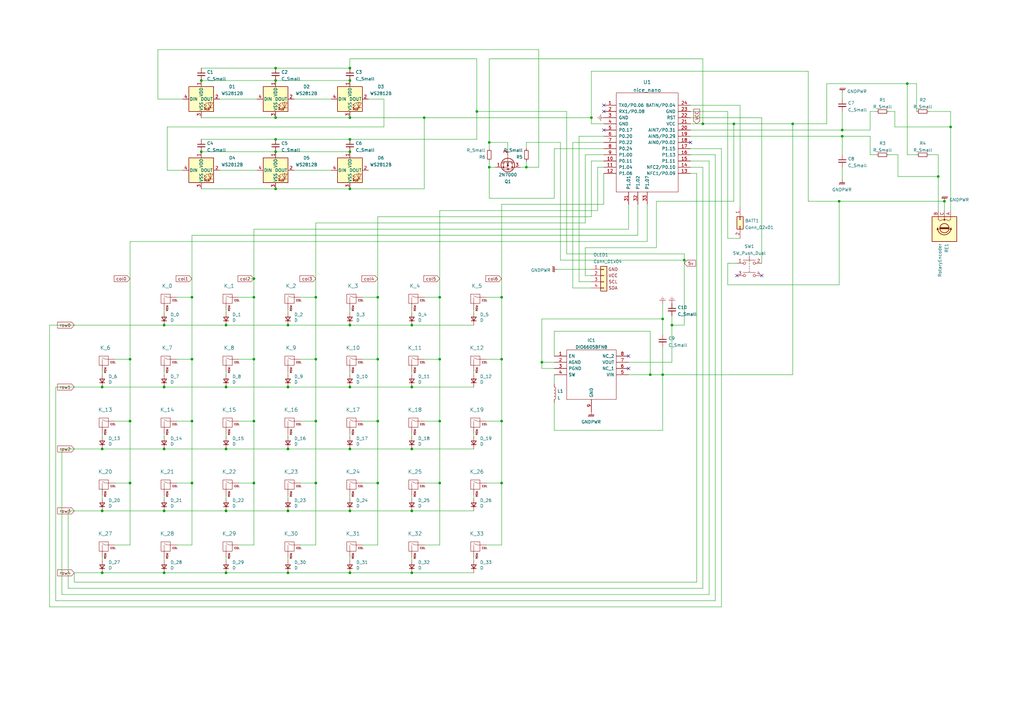
<source format=kicad_sch>
(kicad_sch (version 20211123) (generator eeschema)
  (paper "A3")
  (title_block (title "mk_01_LHS") (date "2022-05-12") (rev "v0.1") (company "Bangor University"))
  (junction (at 205.74 198.12))
  (junction (at 78.74 198.12))
  (junction (at 41.91 158.75))
  (junction (at 129.54 121.92))
  (junction (at 180.34 147.32))
  (junction (at 168.91 234.95))
  (junction (at 104.14 172.72))
  (junction (at 215.9 68.58))
  (junction (at 143.51 77.47))
  (junction (at 53.34 198.12))
  (junction (at 113.03 62.23))
  (junction (at 143.51 27.94))
  (junction (at 118.11 158.75))
  (junction (at 143.51 209.55))
  (junction (at 41.91 209.55))
  (junction (at 200.66 68.58))
  (junction (at 78.74 147.32))
  (junction (at 67.31 209.55))
  (junction (at 325.12 50.8))
  (junction (at 180.34 198.12))
  (junction (at 113.03 27.94))
  (junction (at 92.71 209.55))
  (junction (at 195.58 45.72))
  (junction (at 275.59 133.35))
  (junction (at 266.7 153.67))
  (junction (at 345.44 53.34))
  (junction (at 168.91 158.75))
  (junction (at 118.11 184.15))
  (junction (at 372.11 34.29))
  (junction (at 280.67 106.68))
  (junction (at 222.25 148.59))
  (junction (at 143.51 57.15))
  (junction (at 53.34 172.72))
  (junction (at 118.11 133.35))
  (junction (at 345.44 55.88))
  (junction (at 154.94 121.92))
  (junction (at 113.03 48.26))
  (junction (at 143.51 48.26))
  (junction (at 168.91 133.35))
  (junction (at 118.11 209.55))
  (junction (at 180.34 121.92))
  (junction (at 384.81 72.39))
  (junction (at 143.51 234.95))
  (junction (at 143.51 158.75))
  (junction (at 92.71 158.75))
  (junction (at 104.14 147.32))
  (junction (at 53.34 147.32))
  (junction (at 67.31 158.75))
  (junction (at 154.94 198.12))
  (junction (at 205.74 147.32))
  (junction (at 41.91 184.15))
  (junction (at 104.14 114.3))
  (junction (at 205.74 121.92))
  (junction (at 168.91 184.15))
  (junction (at 104.14 198.12))
  (junction (at 129.54 172.72))
  (junction (at 113.03 77.47))
  (junction (at 78.74 172.72))
  (junction (at 389.89 52.07))
  (junction (at 92.71 184.15))
  (junction (at 271.78 153.67))
  (junction (at 113.03 33.02))
  (junction (at 271.78 130.81))
  (junction (at 118.11 234.95))
  (junction (at 300.99 50.8))
  (junction (at 154.94 147.32))
  (junction (at 67.31 234.95))
  (junction (at 104.14 121.92))
  (junction (at 205.74 172.72))
  (junction (at 92.71 234.95))
  (junction (at 82.55 33.02))
  (junction (at 67.31 184.15))
  (junction (at 78.74 121.92))
  (junction (at 143.51 133.35))
  (junction (at 143.51 184.15))
  (junction (at 344.17 82.55))
  (junction (at 180.34 172.72))
  (junction (at 129.54 198.12))
  (junction (at 288.29 50.8))
  (junction (at 41.91 234.95))
  (junction (at 92.71 133.35))
  (junction (at 129.54 147.32))
  (junction (at 168.91 209.55))
  (junction (at 143.51 62.23))
  (junction (at 82.55 62.23))
  (junction (at 173.99 48.26))
  (junction (at 154.94 172.72))
  (junction (at 113.03 57.15))
  (junction (at 200.66 58.42))
  (junction (at 242.57 48.26))
  (junction (at 143.51 33.02))
  (junction (at 67.31 133.35))
  (junction (at 387.35 82.55))
  (no_connect (at 247.65 45.72))
  (no_connect (at 247.65 43.18))
  (no_connect (at 257.81 151.13))
  (no_connect (at 257.81 146.05))
  (no_connect (at 247.65 53.34))
  (no_connect (at 283.21 58.42))
  (no_connect (at 312.42 113.03))
  (no_connect (at 302.26 113.03))
  (wire (pts (xy 300.99 82.55) (xy 300.99 50.8)))
  (wire (pts (xy 173.99 121.92) (xy 180.34 121.92)))
  (wire (pts (xy 20.32 248.92) (xy 295.91 248.92)))
  (wire (pts (xy 68.58 52.07) (xy 68.58 69.85)))
  (wire (pts (xy 271.78 137.16) (xy 271.78 130.81)))
  (wire (pts (xy 200.66 68.58) (xy 203.2 68.58)))
  (wire (pts (xy 199.39 198.12) (xy 205.74 198.12)))
  (wire (pts (xy 384.81 72.39) (xy 368.3 72.39)))
  (wire (pts (xy 222.25 130.81) (xy 222.25 148.59)))
  (wire (pts (xy 168.91 228.6) (xy 168.91 229.87)))
  (wire (pts (xy 180.34 86.36) (xy 180.34 121.92)))
  (wire (pts (xy 245.11 68.58) (xy 245.11 86.36)))
  (wire (pts (xy 92.71 234.95) (xy 118.11 234.95)))
  (wire (pts (xy 92.71 203.2) (xy 92.71 204.47)))
  (wire (pts (xy 389.89 52.07) (xy 389.89 86.36)))
  (wire (pts (xy 104.14 172.72) (xy 104.14 147.32)))
  (wire (pts (xy 303.53 43.18) (xy 303.53 85.09)))
  (wire (pts (xy 242.57 48.26) (xy 242.57 50.8)))
  (wire (pts (xy 227.33 176.53) (xy 271.78 176.53)))
  (wire (pts (xy 168.91 234.95) (xy 194.31 234.95)))
  (wire (pts (xy 168.91 203.2) (xy 168.91 204.47)))
  (wire (pts (xy 384.81 63.5) (xy 384.81 72.39)))
  (wire (pts (xy 173.99 147.32) (xy 180.34 147.32)))
  (wire (pts (xy 118.11 203.2) (xy 118.11 204.47)))
  (wire (pts (xy 205.74 83.82) (xy 247.65 83.82)))
  (wire (pts (xy 271.78 153.67) (xy 271.78 142.24)))
  (wire (pts (xy 220.98 68.58) (xy 220.98 20.32)))
  (wire (pts (xy 199.39 121.92) (xy 205.74 121.92)))
  (wire (pts (xy 41.91 203.2) (xy 41.91 204.47)))
  (wire (pts (xy 41.91 152.4) (xy 41.91 153.67)))
  (wire (pts (xy 285.75 71.12) (xy 285.75 238.76)))
  (wire (pts (xy 41.91 184.15) (xy 67.31 184.15)))
  (wire (pts (xy 104.14 114.3) (xy 102.87 114.3)))
  (wire (pts (xy 312.42 48.26) (xy 283.21 48.26)))
  (wire (pts (xy 381 63.5) (xy 384.81 63.5)))
  (wire (pts (xy 283.21 50.8) (xy 288.29 50.8)))
  (wire (pts (xy 118.11 228.6) (xy 118.11 229.87)))
  (wire (pts (xy 30.48 234.95) (xy 30.48 238.76)))
  (wire (pts (xy 293.37 63.5) (xy 293.37 246.38)))
  (wire (pts (xy 97.79 172.72) (xy 104.14 172.72)))
  (wire (pts (xy 90.17 40.64) (xy 105.41 40.64)))
  (wire (pts (xy 82.55 27.94) (xy 113.03 27.94)))
  (wire (pts (xy 82.55 48.26) (xy 113.03 48.26)))
  (wire (pts (xy 227.33 135.89) (xy 266.7 135.89)))
  (wire (pts (xy 97.79 121.92) (xy 104.14 121.92)))
  (wire (pts (xy 104.14 198.12) (xy 104.14 172.72)))
  (wire (pts (xy 283.21 43.18) (xy 303.53 43.18)))
  (wire (pts (xy 143.51 48.26) (xy 173.99 48.26)))
  (wire (pts (xy 46.99 223.52) (xy 53.34 223.52)))
  (wire (pts (xy 345.44 53.34) (xy 356.87 53.34)))
  (wire (pts (xy 143.51 234.95) (xy 168.91 234.95)))
  (wire (pts (xy 298.45 97.79) (xy 298.45 45.72)))
  (wire (pts (xy 82.55 33.02) (xy 113.03 33.02)))
  (wire (pts (xy 157.48 52.07) (xy 68.58 52.07)))
  (wire (pts (xy 345.44 38.1) (xy 345.44 40.64)))
  (wire (pts (xy 194.31 127) (xy 194.31 128.27)))
  (wire (pts (xy 234.95 58.42) (xy 247.65 58.42)))
  (wire (pts (xy 387.35 86.36) (xy 387.35 82.55)))
  (wire (pts (xy 227.33 60.96) (xy 227.33 81.28)))
  (wire (pts (xy 356.87 63.5) (xy 359.41 63.5)))
  (wire (pts (xy 129.54 172.72) (xy 129.54 147.32)))
  (wire (pts (xy 129.54 198.12) (xy 129.54 172.72)))
  (wire (pts (xy 229.87 58.42) (xy 215.9 58.42)))
  (wire (pts (xy 46.99 172.72) (xy 53.34 172.72)))
  (wire (pts (xy 22.86 158.75) (xy 22.86 246.38)))
  (wire (pts (xy 372.11 34.29) (xy 375.92 34.29)))
  (wire (pts (xy 67.31 177.8) (xy 67.31 179.07)))
  (wire (pts (xy 68.58 69.85) (xy 74.93 69.85)))
  (wire (pts (xy 154.94 198.12) (xy 154.94 172.72)))
  (wire (pts (xy 325.12 50.8) (xy 339.09 50.8)))
  (wire (pts (xy 205.74 83.82) (xy 205.74 121.92)))
  (wire (pts (xy 129.54 91.44) (xy 240.03 91.44)))
  (wire (pts (xy 372.11 34.29) (xy 372.11 63.5)))
  (wire (pts (xy 118.11 133.35) (xy 143.51 133.35)))
  (wire (pts (xy 242.57 66.04) (xy 242.57 88.9)))
  (wire (pts (xy 90.17 69.85) (xy 105.41 69.85)))
  (wire (pts (xy 325.12 50.8) (xy 325.12 153.67)))
  (wire (pts (xy 283.21 71.12) (xy 285.75 71.12)))
  (wire (pts (xy 257.81 93.98) (xy 257.81 83.82)))
  (wire (pts (xy 92.71 133.35) (xy 118.11 133.35)))
  (wire (pts (xy 113.03 48.26) (xy 143.51 48.26)))
  (wire (pts (xy 245.11 68.58) (xy 247.65 68.58)))
  (wire (pts (xy 25.4 184.15) (xy 41.91 184.15)))
  (wire (pts (xy 381 45.72) (xy 389.89 45.72)))
  (wire (pts (xy 118.11 152.4) (xy 118.11 153.67)))
  (wire (pts (xy 232.41 104.14) (xy 232.41 45.72)))
  (wire (pts (xy 113.03 57.15) (xy 143.51 57.15)))
  (wire (pts (xy 345.44 73.66) (xy 345.44 68.58)))
  (wire (pts (xy 25.4 243.84) (xy 290.83 243.84)))
  (wire (pts (xy 41.91 158.75) (xy 67.31 158.75)))
  (wire (pts (xy 67.31 184.15) (xy 92.71 184.15)))
  (wire (pts (xy 200.66 58.42) (xy 208.28 58.42)))
  (wire (pts (xy 220.98 20.32) (xy 64.77 20.32)))
  (wire (pts (xy 265.43 99.06) (xy 265.43 83.82)))
  (wire (pts (xy 113.03 77.47) (xy 143.51 77.47)))
  (wire (pts (xy 118.11 234.95) (xy 143.51 234.95)))
  (wire (pts (xy 312.42 107.95) (xy 312.42 48.26)))
  (wire (pts (xy 389.89 45.72) (xy 389.89 52.07)))
  (wire (pts (xy 242.57 29.21) (xy 242.57 48.26)))
  (wire (pts (xy 356.87 55.88) (xy 356.87 63.5)))
  (wire (pts (xy 154.94 88.9) (xy 242.57 88.9)))
  (wire (pts (xy 237.49 55.88) (xy 247.65 55.88)))
  (wire (pts (xy 240.03 63.5) (xy 247.65 63.5)))
  (wire (pts (xy 227.33 146.05) (xy 227.33 135.89)))
  (wire (pts (xy 148.59 223.52) (xy 154.94 223.52)))
  (wire (pts (xy 227.33 165.1) (xy 227.33 176.53)))
  (wire (pts (xy 67.31 234.95) (xy 92.71 234.95)))
  (wire (pts (xy 148.59 121.92) (xy 154.94 121.92)))
  (wire (pts (xy 283.21 53.34) (xy 345.44 53.34)))
  (wire (pts (xy 205.74 223.52) (xy 205.74 198.12)))
  (wire (pts (xy 72.39 223.52) (xy 78.74 223.52)))
  (wire (pts (xy 41.91 228.6) (xy 41.91 229.87)))
  (wire (pts (xy 283.21 55.88) (xy 345.44 55.88)))
  (wire (pts (xy 280.67 104.14) (xy 232.41 104.14)))
  (wire (pts (xy 367.03 45.72) (xy 364.49 45.72)))
  (wire (pts (xy 269.24 101.6) (xy 269.24 82.55)))
  (wire (pts (xy 82.55 57.15) (xy 113.03 57.15)))
  (wire (pts (xy 120.65 40.64) (xy 135.89 40.64)))
  (wire (pts (xy 78.74 96.52) (xy 78.74 121.92)))
  (wire (pts (xy 242.57 66.04) (xy 247.65 66.04)))
  (wire (pts (xy 123.19 121.92) (xy 129.54 121.92)))
  (wire (pts (xy 41.91 209.55) (xy 67.31 209.55)))
  (wire (pts (xy 215.9 58.42) (xy 215.9 60.96)))
  (wire (pts (xy 205.74 198.12) (xy 205.74 172.72)))
  (wire (pts (xy 27.94 209.55) (xy 41.91 209.55)))
  (wire (pts (xy 67.31 158.75) (xy 92.71 158.75)))
  (wire (pts (xy 367.03 52.07) (xy 367.03 45.72)))
  (wire (pts (xy 368.3 72.39) (xy 368.3 63.5)))
  (wire (pts (xy 173.99 77.47) (xy 173.99 48.26)))
  (wire (pts (xy 123.19 223.52) (xy 129.54 223.52)))
  (wire (pts (xy 92.71 228.6) (xy 92.71 229.87)))
  (wire (pts (xy 168.91 177.8) (xy 168.91 179.07)))
  (wire (pts (xy 173.99 48.26) (xy 242.57 48.26)))
  (wire (pts (xy 368.3 63.5) (xy 364.49 63.5)))
  (wire (pts (xy 72.39 172.72) (xy 78.74 172.72)))
  (wire (pts (xy 195.58 45.72) (xy 232.41 45.72)))
  (wire (pts (xy 194.31 177.8) (xy 194.31 179.07)))
  (wire (pts (xy 288.29 50.8) (xy 288.29 24.13)))
  (wire (pts (xy 345.44 55.88) (xy 345.44 63.5)))
  (wire (pts (xy 118.11 158.75) (xy 143.51 158.75)))
  (wire (pts (xy 325.12 153.67) (xy 271.78 153.67)))
  (wire (pts (xy 154.94 172.72) (xy 154.94 147.32)))
  (wire (pts (xy 356.87 53.34) (xy 356.87 45.72)))
  (wire (pts (xy 143.51 152.4) (xy 143.51 153.67)))
  (wire (pts (xy 168.91 127) (xy 168.91 128.27)))
  (wire (pts (xy 298.45 97.79) (xy 303.53 97.79)))
  (wire (pts (xy 168.91 209.55) (xy 194.31 209.55)))
  (wire (pts (xy 148.59 147.32) (xy 154.94 147.32)))
  (wire (pts (xy 222.25 148.59) (xy 227.33 148.59)))
  (wire (pts (xy 78.74 223.52) (xy 78.74 198.12)))
  (wire (pts (xy 205.74 121.92) (xy 205.74 147.32)))
  (wire (pts (xy 298.45 45.72) (xy 283.21 45.72)))
  (wire (pts (xy 104.14 223.52) (xy 104.14 198.12)))
  (wire (pts (xy 199.39 223.52) (xy 205.74 223.52)))
  (wire (pts (xy 151.13 40.64) (xy 157.48 40.64)))
  (wire (pts (xy 375.92 34.29) (xy 375.92 45.72)))
  (wire (pts (xy 123.19 147.32) (xy 129.54 147.32)))
  (wire (pts (xy 129.54 121.92) (xy 129.54 147.32)))
  (wire (pts (xy 339.09 34.29) (xy 339.09 50.8)))
  (wire (pts (xy 275.59 133.35) (xy 275.59 148.59)))
  (wire (pts (xy 143.51 77.47) (xy 173.99 77.47)))
  (wire (pts (xy 298.45 107.95) (xy 298.45 116.84)))
  (wire (pts (xy 234.95 118.11) (xy 242.57 118.11)))
  (wire (pts (xy 271.78 130.81) (xy 222.25 130.81)))
  (wire (pts (xy 97.79 223.52) (xy 104.14 223.52)))
  (wire (pts (xy 344.17 82.55) (xy 387.35 82.55)))
  (wire (pts (xy 372.11 63.5) (xy 375.92 63.5)))
  (wire (pts (xy 25.4 184.15) (xy 25.4 243.84)))
  (wire (pts (xy 41.91 177.8) (xy 41.91 179.07)))
  (wire (pts (xy 92.71 177.8) (xy 92.71 179.07)))
  (wire (pts (xy 199.39 147.32) (xy 205.74 147.32)))
  (wire (pts (xy 53.34 99.06) (xy 265.43 99.06)))
  (wire (pts (xy 123.19 198.12) (xy 129.54 198.12)))
  (wire (pts (xy 222.25 148.59) (xy 222.25 151.13)))
  (wire (pts (xy 173.99 223.52) (xy 180.34 223.52)))
  (wire (pts (xy 46.99 147.32) (xy 53.34 147.32)))
  (wire (pts (xy 242.57 50.8) (xy 247.65 50.8)))
  (wire (pts (xy 143.51 177.8) (xy 143.51 179.07)))
  (wire (pts (xy 82.55 62.23) (xy 113.03 62.23)))
  (wire (pts (xy 67.31 133.35) (xy 92.71 133.35)))
  (wire (pts (xy 154.94 121.92) (xy 154.94 147.32)))
  (wire (pts (xy 195.58 45.72) (xy 195.58 57.15)))
  (wire (pts (xy 208.28 58.42) (xy 208.28 60.96)))
  (wire (pts (xy 64.77 40.64) (xy 74.93 40.64)))
  (wire (pts (xy 271.78 124.46) (xy 271.78 130.81)))
  (wire (pts (xy 213.36 68.58) (xy 215.9 68.58)))
  (wire (pts (xy 143.51 57.15) (xy 195.58 57.15)))
  (wire (pts (xy 344.17 116.84) (xy 344.17 82.55)))
  (wire (pts (xy 92.71 184.15) (xy 118.11 184.15)))
  (wire (pts (xy 237.49 115.57) (xy 242.57 115.57)))
  (wire (pts (xy 20.32 133.35) (xy 67.31 133.35)))
  (wire (pts (xy 283.21 68.58) (xy 288.29 68.58)))
  (wire (pts (xy 72.39 198.12) (xy 78.74 198.12)))
  (wire (pts (xy 215.9 68.58) (xy 215.9 66.04)))
  (wire (pts (xy 92.71 209.55) (xy 118.11 209.55)))
  (wire (pts (xy 180.34 223.52) (xy 180.34 198.12)))
  (wire (pts (xy 195.58 24.13) (xy 195.58 45.72)))
  (wire (pts (xy 194.31 152.4) (xy 194.31 153.67)))
  (wire (pts (xy 154.94 223.52) (xy 154.94 198.12)))
  (wire (pts (xy 194.31 203.2) (xy 194.31 204.47)))
  (wire (pts (xy 240.03 113.03) (xy 240.03 101.6)))
  (wire (pts (xy 143.51 27.94) (xy 143.51 24.13)))
  (wire (pts (xy 78.74 198.12) (xy 78.74 172.72)))
  (wire (pts (xy 168.91 133.35) (xy 194.31 133.35)))
  (wire (pts (xy 64.77 20.32) (xy 64.77 40.64)))
  (wire (pts (xy 67.31 152.4) (xy 67.31 153.67)))
  (wire (pts (xy 283.21 63.5) (xy 293.37 63.5)))
  (wire (pts (xy 143.51 127) (xy 143.51 128.27)))
  (wire (pts (xy 180.34 198.12) (xy 180.34 172.72)))
  (wire (pts (xy 331.47 82.55) (xy 344.17 82.55)))
  (wire (pts (xy 41.91 234.95) (xy 67.31 234.95)))
  (wire (pts (xy 200.66 81.28) (xy 200.66 68.58)))
  (wire (pts (xy 67.31 228.6) (xy 67.31 229.87)))
  (wire (pts (xy 72.39 147.32) (xy 78.74 147.32)))
  (wire (pts (xy 30.48 238.76) (xy 285.75 238.76)))
  (wire (pts (xy 180.34 121.92) (xy 180.34 147.32)))
  (wire (pts (xy 97.79 198.12) (xy 104.14 198.12)))
  (wire (pts (xy 92.71 158.75) (xy 118.11 158.75)))
  (wire (pts (xy 240.03 63.5) (xy 240.03 91.44)))
  (wire (pts (xy 113.03 62.23) (xy 143.51 62.23)))
  (wire (pts (xy 290.83 66.04) (xy 283.21 66.04)))
  (wire (pts (xy 148.59 198.12) (xy 154.94 198.12)))
  (wire (pts (xy 240.03 101.6) (xy 269.24 101.6)))
  (wire (pts (xy 345.44 45.72) (xy 345.44 53.34)))
  (wire (pts (xy 227.33 60.96) (xy 247.65 60.96)))
  (wire (pts (xy 143.51 203.2) (xy 143.51 204.47)))
  (wire (pts (xy 205.74 172.72) (xy 205.74 147.32)))
  (wire (pts (xy 120.65 69.85) (xy 135.89 69.85)))
  (wire (pts (xy 30.48 234.95) (xy 41.91 234.95)))
  (wire (pts (xy 168.91 158.75) (xy 194.31 158.75)))
  (wire (pts (xy 53.34 99.06) (xy 53.34 147.32)))
  (wire (pts (xy 104.14 93.98) (xy 104.14 114.3)))
  (wire (pts (xy 266.7 153.67) (xy 257.81 153.67)))
  (wire (pts (xy 257.81 148.59) (xy 275.59 148.59)))
  (wire (pts (xy 173.99 198.12) (xy 180.34 198.12)))
  (wire (pts (xy 275.59 129.54) (xy 275.59 133.35)))
  (wire (pts (xy 237.49 55.88) (xy 237.49 115.57)))
  (wire (pts (xy 228.6 110.49) (xy 242.57 110.49)))
  (wire (pts (xy 283.21 60.96) (xy 295.91 60.96)))
  (wire (pts (xy 53.34 172.72) (xy 53.34 147.32)))
  (wire (pts (xy 168.91 184.15) (xy 194.31 184.15)))
  (wire (pts (xy 104.14 121.92) (xy 104.14 147.32)))
  (wire (pts (xy 384.81 72.39) (xy 384.81 86.36)))
  (wire (pts (xy 356.87 45.72) (xy 359.41 45.72)))
  (wire (pts (xy 200.66 24.13) (xy 288.29 24.13)))
  (wire (pts (xy 271.78 176.53) (xy 271.78 153.67)))
  (wire (pts (xy 129.54 91.44) (xy 129.54 121.92)))
  (wire (pts (xy 247.65 83.82) (xy 247.65 71.12)))
  (wire (pts (xy 280.67 106.68) (xy 280.67 133.35)))
  (wire (pts (xy 157.48 40.64) (xy 157.48 52.07)))
  (wire (pts (xy 200.66 58.42) (xy 200.66 60.96)))
  (wire (pts (xy 67.31 209.55) (xy 92.71 209.55)))
  (wire (pts (xy 200.66 66.04) (xy 200.66 68.58)))
  (wire (pts (xy 275.59 133.35) (xy 280.67 133.35)))
  (wire (pts (xy 154.94 88.9) (xy 154.94 121.92)))
  (wire (pts (xy 118.11 177.8) (xy 118.11 179.07)))
  (wire (pts (xy 118.11 127) (xy 118.11 128.27)))
  (wire (pts (xy 229.87 58.42) (xy 229.87 106.68)))
  (wire (pts (xy 266.7 135.89) (xy 266.7 153.67)))
  (wire (pts (xy 227.33 153.67) (xy 227.33 157.48)))
  (wire (pts (xy 331.47 29.21) (xy 331.47 82.55)))
  (wire (pts (xy 222.25 151.13) (xy 227.33 151.13)))
  (wire (pts (xy 290.83 66.04) (xy 290.83 243.84)))
  (wire (pts (xy 143.51 24.13) (xy 195.58 24.13)))
  (wire (pts (xy 82.55 77.47) (xy 113.03 77.47)))
  (wire (pts (xy 113.03 33.02) (xy 143.51 33.02)))
  (wire (pts (xy 242.57 113.03) (xy 240.03 113.03)))
  (wire (pts (xy 269.24 82.55) (xy 300.99 82.55)))
  (wire (pts (xy 22.86 158.75) (xy 41.91 158.75)))
  (wire (pts (xy 280.67 104.14) (xy 280.67 106.68)))
  (wire (pts (xy 180.34 172.72) (xy 180.34 147.32)))
  (wire (pts (xy 215.9 68.58) (xy 220.98 68.58)))
  (wire (pts (xy 271.78 153.67) (xy 266.7 153.67)))
  (wire (pts (xy 288.29 50.8) (xy 300.99 50.8)))
  (wire (pts (xy 92.71 127) (xy 92.71 128.27)))
  (wire (pts (xy 143.51 158.75) (xy 168.91 158.75)))
  (wire (pts (xy 123.19 172.72) (xy 129.54 172.72)))
  (wire (pts (xy 78.74 172.72) (xy 78.74 147.32)))
  (wire (pts (xy 129.54 223.52) (xy 129.54 198.12)))
  (wire (pts (xy 53.34 198.12) (xy 53.34 172.72)))
  (wire (pts (xy 298.45 116.84) (xy 344.17 116.84)))
  (wire (pts (xy 389.89 52.07) (xy 367.03 52.07)))
  (wire (pts (xy 78.74 96.52) (xy 261.62 96.52)))
  (wire (pts (xy 180.34 86.36) (xy 245.11 86.36)))
  (wire (pts (xy 78.74 121.92) (xy 78.74 147.32)))
  (wire (pts (xy 92.71 152.4) (xy 92.71 153.67)))
  (wire (pts (xy 104.14 93.98) (xy 257.81 93.98)))
  (wire (pts (xy 46.99 198.12) (xy 53.34 198.12)))
  (wire (pts (xy 67.31 203.2) (xy 67.31 204.47)))
  (wire (pts (xy 143.51 228.6) (xy 143.51 229.87)))
  (wire (pts (xy 104.14 121.92) (xy 104.14 114.3)))
  (wire (pts (xy 302.26 107.95) (xy 298.45 107.95)))
  (wire (pts (xy 22.86 246.38) (xy 293.37 246.38)))
  (wire (pts (xy 300.99 50.8) (xy 325.12 50.8)))
  (wire (pts (xy 143.51 209.55) (xy 168.91 209.55)))
  (wire (pts (xy 97.79 147.32) (xy 104.14 147.32)))
  (wire (pts (xy 143.51 184.15) (xy 168.91 184.15)))
  (wire (pts (xy 118.11 184.15) (xy 143.51 184.15)))
  (wire (pts (xy 288.29 68.58) (xy 288.29 241.3)))
  (wire (pts (xy 53.34 223.52) (xy 53.34 198.12)))
  (wire (pts (xy 143.51 133.35) (xy 168.91 133.35)))
  (wire (pts (xy 20.32 133.35) (xy 20.32 248.92)))
  (wire (pts (xy 173.99 172.72) (xy 180.34 172.72)))
  (wire (pts (xy 242.57 29.21) (xy 331.47 29.21)))
  (wire (pts (xy 339.09 34.29) (xy 372.11 34.29)))
  (wire (pts (xy 67.31 127) (xy 67.31 128.27)))
  (wire (pts (xy 72.39 121.92) (xy 78.74 121.92)))
  (wire (pts (xy 118.11 209.55) (xy 143.51 209.55)))
  (wire (pts (xy 199.39 172.72) (xy 205.74 172.72)))
  (wire (pts (xy 27.94 209.55) (xy 27.94 241.3)))
  (wire (pts (xy 227.33 81.28) (xy 200.66 81.28)))
  (wire (pts (xy 295.91 60.96) (xy 295.91 248.92)))
  (wire (pts (xy 194.31 228.6) (xy 194.31 229.87)))
  (wire (pts (xy 113.03 27.94) (xy 143.51 27.94)))
  (wire (pts (xy 27.94 241.3) (xy 288.29 241.3)))
  (wire (pts (xy 234.95 58.42) (xy 234.95 118.11)))
  (wire (pts (xy 261.62 96.52) (xy 261.62 83.82)))
  (wire (pts (xy 280.67 106.68) (xy 229.87 106.68)))
  (wire (pts (xy 200.66 24.13) (xy 200.66 58.42)))
  (wire (pts (xy 345.44 55.88) (xy 356.87 55.88)))
  (wire (pts (xy 168.91 152.4) (xy 168.91 153.67)))
  (wire (pts (xy 148.59 172.72) (xy 154.94 172.72)))
  (global_label "col6" (shape input) (at 205.74 114.3 180) (property "Intersheet References" "${INTERSHEET_REFS}" (effects hide)))
  (global_label "col2" (shape input) (at 104.14 114.3 180) (property "Intersheet References" "${INTERSHEET_REFS}" (effects hide)))
  (global_label "col1" (shape input) (at 78.74 114.3 180) (property "Intersheet References" "${INTERSHEET_REFS}" (effects hide)))
  (global_label "row1" (shape input) (at 30.48 158.75 180) (property "Intersheet References" "${INTERSHEET_REFS}" (effects hide)))
  (global_label "row0" (shape input) (at 30.48 133.35 180) (property "Intersheet References" "${INTERSHEET_REFS}" (effects hide)))
  (global_label "VCC" (shape input) (at 285.75 50.8 90) (property "Intersheet References" "${INTERSHEET_REFS}" (effects hide)))
  (global_label "col5" (shape input) (at 180.34 114.3 180) (property "Intersheet References" "${INTERSHEET_REFS}" (effects hide)))
  (global_label "col0" (shape input) (at 53.34 114.3 180) (property "Intersheet References" "${INTERSHEET_REFS}" (effects hide)))
  (global_label "row4" (shape input) (at 30.48 234.95 180) (property "Intersheet References" "${INTERSHEET_REFS}" (effects hide)))
  (global_label "5v" (shape input) (at 280.67 107.95 0) (property "Intersheet References" "${INTERSHEET_REFS}" (effects hide)))
  (global_label "col3" (shape input) (at 129.54 114.3 180) (property "Intersheet References" "${INTERSHEET_REFS}" (effects hide)))
  (global_label "col4" (shape input) (at 154.94 114.3 180) (property "Intersheet References" "${INTERSHEET_REFS}" (effects hide)))
  (global_label "row2" (shape input) (at 30.48 184.15 180) (property "Intersheet References" "${INTERSHEET_REFS}" (effects hide)))
  (global_label "row3" (shape input) (at 30.48 209.55 180) (property "Intersheet References" "${INTERSHEET_REFS}" (effects hide)))
  (symbol (lib_id "MX_Alps_Hybrid:MX-NoLED") (at 68.58 173.99 0) (unit 1)
    (property "Reference" "K_14" (at 68.58 168.0718 0) (effects (font (size 1.524 1.524))))
    (property "Value" "KEYSW" (effects hide))
    (property "Footprint" "MX_Alps_Hybrid:MX-1U-NoLED" (effects hide))
  )
  (symbol (lib_id "MX_Alps_Hybrid:MX-NoLED") (at 195.58 123.19 0) (unit 1)
    (property "Reference" "K_5" (at 195.58 117.2718 0) (effects (font (size 1.524 1.524))))
    (property "Value" "KEYSW" (effects hide))
    (property "Footprint" "MX_Alps_Hybrid:MX-1U-NoLED" (effects hide))
  )
  (symbol (lib_id "LED:WS2812B") (at 113.03 69.85 0) (unit 1)
    (property "Reference" "D5" (at 125.73 64.77 0))
    (property "Value" "WS2812B" (at 125.73 67.5451 0))
    (property "Footprint" "LED_SMD:LED_WS2812B_PLCC4_5.0x5.0mm_P3.2mm" (effects hide))
    (property "Datasheet" "https://cdn-shop.adafruit.com/datasheets/WS2812B.pdf" (effects hide))
  )
  (symbol (lib_id "Device:C_Small") (at 113.03 30.48 0) (unit 1)
    (property "Reference" "C2" (at 115.3541 29.5778 0) (effects (justify left)))
    (property "Value" "C_Small" (at 115.3541 32.3529 0) (effects (justify left)))
    (property "Footprint" "Capacitor_SMD:C_0402_1005Metric" (effects hide))
  )
  (symbol (lib_id "Device:D_Small") (at 168.91 207.01 90) (unit 1)
    (property "Reference" "D_25" (at 171.45 205.232 90) (effects (justify right)))
    (property "Value" "D" (at 171.45 207.518 90) (effects (justify right)))
    (property "Footprint" "Diode_SMD:D_SOD-123" (effects hide))
  )
  (symbol (lib_id "MX_Alps_Hybrid:MX-NoLED") (at 144.78 224.79 0) (unit 1)
    (property "Reference" "K_31" (at 144.78 218.8718 0) (effects (font (size 1.524 1.524))))
    (property "Value" "KEYSW" (effects hide))
    (property "Footprint" "MX_Alps_Hybrid:MX-1U-NoLED" (effects hide))
  )
  (symbol (lib_id "Device:C_Small") (at 143.51 30.48 0) (unit 1)
    (property "Reference" "C3" (at 145.8341 29.5778 0) (effects (justify left)))
    (property "Value" "C_Small" (at 145.8341 32.3529 0) (effects (justify left)))
    (property "Footprint" "Capacitor_SMD:C_0402_1005Metric" (effects hide))
  )
  (symbol (lib_id "Device:D_Small") (at 143.51 181.61 90) (unit 1)
    (property "Reference" "D_17" (at 146.05 179.832 90) (effects (justify right)))
    (property "Value" "D" (at 146.05 182.118 90) (effects (justify right)))
    (property "Footprint" "Diode_SMD:D_SOD-123" (effects hide))
  )
  (symbol (lib_id "power:Earth") (at 271.78 124.46 180) (unit 1)
    (property "Reference" "#PWR0108" (effects hide))
    (property "Value" "Earth" (effects hide))
  )
  (symbol (lib_id "LED:WS2812B") (at 143.51 40.64 0) (unit 1)
    (property "Reference" "D3" (at 156.21 35.56 0))
    (property "Value" "WS2812B" (at 156.21 38.3351 0))
    (property "Footprint" "LED_SMD:LED_WS2812B_PLCC4_5.0x5.0mm_P3.2mm" (effects hide))
    (property "Datasheet" "https://cdn-shop.adafruit.com/datasheets/WS2812B.pdf" (effects hide))
  )
  (symbol (lib_id "Device:D_Small") (at 168.91 156.21 90) (unit 1)
    (property "Reference" "D_11" (at 171.45 154.432 90) (effects (justify right)))
    (property "Value" "D" (at 171.45 156.718 90) (effects (justify right)))
    (property "Footprint" "Diode_SMD:D_SOD-123" (effects hide))
  )
  (symbol (lib_id "Device:D_Small") (at 118.11 181.61 90) (unit 1)
    (property "Reference" "D_16" (at 120.65 179.832 90) (effects (justify right)))
    (property "Value" "D" (at 120.65 182.118 90) (effects (justify right)))
    (property "Footprint" "Diode_SMD:D_SOD-123" (effects hide))
  )
  (symbol (lib_id "MX_Alps_Hybrid:MX-NoLED") (at 93.98 173.99 0) (unit 1)
    (property "Reference" "K_15" (at 93.98 168.0718 0) (effects (font (size 1.524 1.524))))
    (property "Value" "KEYSW" (effects hide))
    (property "Footprint" "MX_Alps_Hybrid:MX-1U-NoLED" (effects hide))
  )
  (symbol (lib_id "power:GNDPWR") (at 228.6 110.49 270) (unit 1)
    (property "Reference" "#PWR0101" (effects hide))
    (property "Value" "GNDPWR" (at 225.8315 110.842 90) (effects (justify right)))
  )
  (symbol (lib_id "power:GNDPWR") (at 345.44 38.1 180) (unit 1)
    (property "Reference" "#PWR0103" (effects hide))
    (property "Value" "GNDPWR" (at 347.4466 37.5122 0) (effects (justify right)))
  )
  (symbol (lib_id "Device:D_Small") (at 67.31 232.41 90) (unit 1)
    (property "Reference" "D_28" (at 69.85 230.632 90) (effects (justify right)))
    (property "Value" "D" (at 69.85 232.918 90) (effects (justify right)))
    (property "Footprint" "Diode_SMD:D_SOD-123" (effects hide))
  )
  (symbol (lib_id "Library_Loader:DIO6605BFN8") (at 227.33 146.05 0) (unit 1)
    (property "Reference" "IC1" (at 242.57 139.5943 0))
    (property "Value" "DIO6605BFN8" (at 242.57 142.3694 0))
    (property "Footprint" "SON50P300X200X80-9N-D" (effects hide))
    (property "Description" "Switching Voltage Regulators 5V Output High Efficiency 1.2MHz Syn Step-up converter" (effects hide))
    (property "Height" "0.8" (effects hide))
    (property "Manufacturer_Name" "DIOO Microcircuits" (effects hide))
    (property "Manufacturer_Part_Number" "DIO6605BFN8" (effects hide))
  )
  (symbol (lib_id "MX_Alps_Hybrid:MX-NoLED") (at 93.98 123.19 0) (unit 1)
    (property "Reference" "K_1" (at 93.98 117.2718 0) (effects (font (size 1.524 1.524))))
    (property "Value" "KEYSW" (effects hide))
    (property "Footprint" "MX_Alps_Hybrid:MX-1U-NoLED" (effects hide))
  )
  (symbol (lib_id "Device:D_Small") (at 41.91 232.41 90) (unit 1)
    (property "Reference" "D_27" (at 44.45 230.632 90) (effects (justify right)))
    (property "Value" "D" (at 44.45 232.918 90) (effects (justify right)))
    (property "Footprint" "Diode_SMD:D_SOD-123" (effects hide))
  )
  (symbol (lib_id "MX_Alps_Hybrid:MX-NoLED") (at 119.38 123.19 0) (unit 1)
    (property "Reference" "K_2" (at 119.38 117.2718 0) (effects (font (size 1.524 1.524))))
    (property "Value" "KEYSW" (effects hide))
    (property "Footprint" "MX_Alps_Hybrid:MX-1U-NoLED" (effects hide))
  )
  (symbol (lib_id "Device:R_Small") (at 200.66 63.5 0) (unit 1)
    (property "Reference" "R6" (at 199.1614 64.4085 0) (effects (justify right)))
    (property "Value" "R_Small" (at 199.1614 61.6334 0) (effects (justify right)))
    (property "Footprint" "Resistor_SMD:R_0805_2012Metric_Pad1.20x1.40mm_HandSolder" (effects hide))
  )
  (symbol (lib_id "Device:R_Small") (at 215.9 63.5 0) (unit 1)
    (property "Reference" "R5" (at 214.4014 64.4085 0) (effects (justify right)))
    (property "Value" "R_Small" (at 214.4014 61.6334 0) (effects (justify right)))
    (property "Footprint" "Resistor_SMD:R_0805_2012Metric_Pad1.20x1.40mm_HandSolder" (effects hide))
  )
  (symbol (lib_id "Connector_Generic:Conn_02x01") (at 303.53 90.17 270) (unit 1)
    (property "Reference" "BATT1" (at 305.562 90.5315 90) (effects (justify left)))
    (property "Value" "Conn_02x01" (at 305.562 93.3066 90) (effects (justify left)))
    (property "Footprint" "Capacitor_THT:C_Rect_L41.5mm_W20.0mm_P37.50mm_MKS4" (effects hide))
  )
  (symbol (lib_id "LED:WS2812B") (at 82.55 69.85 0) (unit 1)
    (property "Reference" "D4" (at 95.25 64.77 0))
    (property "Value" "WS2812B" (at 95.25 67.5451 0))
    (property "Footprint" "LED_SMD:LED_WS2812B_PLCC4_5.0x5.0mm_P3.2mm" (effects hide))
    (property "Datasheet" "https://cdn-shop.adafruit.com/datasheets/WS2812B.pdf" (effects hide))
  )
  (symbol (lib_id "MX_Alps_Hybrid:MX-NoLED") (at 144.78 123.19 0) (unit 1)
    (property "Reference" "K_3" (at 144.78 117.2718 0) (effects (font (size 1.524 1.524))))
    (property "Value" "KEYSW" (effects hide))
    (property "Footprint" "MX_Alps_Hybrid:MX-1U-NoLED" (effects hide))
  )
  (symbol (lib_id "MX_Alps_Hybrid:MX-NoLED") (at 93.98 224.79 0) (unit 1)
    (property "Reference" "K_29" (at 93.98 218.8718 0) (effects (font (size 1.524 1.524))))
    (property "Value" "KEYSW" (effects hide))
    (property "Footprint" "MX_Alps_Hybrid:MX-1U-NoLED" (effects hide))
  )
  (symbol (lib_id "Connector_Generic:Conn_01x04") (at 247.65 113.03 0) (unit 1)
    (property "Reference" "OLED1" (at 243.332 104.5015 0) (effects (justify left)))
    (property "Value" "Conn_01x04" (at 243.332 107.2766 0) (effects (justify left)))
    (property "Footprint" "yuchi_kbd_lib:OLED_4Pin" (effects hide))
  )
  (symbol (lib_id "MX_Alps_Hybrid:MX-NoLED") (at 170.18 123.19 0) (unit 1)
    (property "Reference" "K_4" (at 170.18 117.2718 0) (effects (font (size 1.524 1.524))))
    (property "Value" "KEYSW" (effects hide))
    (property "Footprint" "MX_Alps_Hybrid:MX-1U-NoLED" (effects hide))
  )
  (symbol (lib_id "MX_Alps_Hybrid:MX-NoLED") (at 119.38 199.39 0) (unit 1)
    (property "Reference" "K_23" (at 119.38 193.4718 0) (effects (font (size 1.524 1.524))))
    (property "Value" "KEYSW" (effects hide))
    (property "Footprint" "MX_Alps_Hybrid:MX-1U-NoLED" (effects hide))
  )
  (symbol (lib_id "Device:L") (at 227.33 161.29 0) (unit 1)
    (property "Reference" "L1" (at 228.6 160.3815 0) (effects (justify left)))
    (property "Value" "L" (at 228.6 163.1566 0) (effects (justify left)))
    (property "Footprint" "Inductor_SMD:L_6.3x6.3_H3" (effects hide))
  )
  (symbol (lib_id "Device:D_Small") (at 67.31 156.21 90) (unit 1)
    (property "Reference" "D_7" (at 69.85 154.432 90) (effects (justify right)))
    (property "Value" "D" (at 69.85 156.718 90) (effects (justify right)))
    (property "Footprint" "Diode_SMD:D_SOD-123" (effects hide))
  )
  (symbol (lib_id "Device:C_Small") (at 82.55 59.69 0) (unit 1)
    (property "Reference" "C4" (at 84.8741 58.7878 0) (effects (justify left)))
    (property "Value" "C_Small" (at 84.8741 61.5629 0) (effects (justify left)))
    (property "Footprint" "Capacitor_SMD:C_0402_1005Metric" (effects hide))
  )
  (symbol (lib_id "Device:D_Small") (at 168.91 181.61 90) (unit 1)
    (property "Reference" "D_18" (at 171.45 179.832 90) (effects (justify right)))
    (property "Value" "D" (at 171.45 182.118 90) (effects (justify right)))
    (property "Footprint" "Diode_SMD:D_SOD-123" (effects hide))
  )
  (symbol (lib_id "MX_Alps_Hybrid:MX-NoLED") (at 195.58 148.59 0) (unit 1)
    (property "Reference" "K_12" (at 195.58 142.6718 0) (effects (font (size 1.524 1.524))))
    (property "Value" "KEYSW" (effects hide))
    (property "Footprint" "MX_Alps_Hybrid:MX-1U-NoLED" (effects hide))
  )
  (symbol (lib_id "Device:R_Small") (at 378.46 63.5 90) (unit 1)
    (property "Reference" "R4" (at 378.46 58.7969 90))
    (property "Value" "R_Small" (at 378.46 61.572 90))
    (property "Footprint" "Resistor_SMD:R_0201_0603Metric_Pad0.64x0.40mm_HandSolder" (effects hide))
  )
  (symbol (lib_id "Device:C_Small") (at 345.44 66.04 0) (unit 1)
    (property "Reference" "C8" (at 347.7641 65.1378 0) (effects (justify left)))
    (property "Value" "C_Small" (at 347.7641 67.9129 0) (effects (justify left)))
    (property "Footprint" "Capacitor_SMD:C_0402_1005Metric_Pad0.74x0.62mm_HandSolder" (effects hide))
  )
  (symbol (lib_id "MX_Alps_Hybrid:MX-NoLED") (at 43.18 199.39 0) (unit 1)
    (property "Reference" "K_20" (at 43.18 193.4718 0) (effects (font (size 1.524 1.524))))
    (property "Value" "KEYSW" (effects hide))
    (property "Footprint" "MX_Alps_Hybrid:MX-1U-NoLED" (effects hide))
  )
  (symbol (lib_id "power:Earth") (at 275.59 124.46 180) (unit 1)
    (property "Reference" "#PWR0107" (effects hide))
    (property "Value" "Earth" (effects hide))
  )
  (symbol (lib_id "MX_Alps_Hybrid:MX-NoLED") (at 68.58 199.39 0) (unit 1)
    (property "Reference" "K_21" (at 68.58 193.4718 0) (effects (font (size 1.524 1.524))))
    (property "Value" "KEYSW" (effects hide))
    (property "Footprint" "MX_Alps_Hybrid:MX-1U-NoLED" (effects hide))
  )
  (symbol (lib_id "Device:C_Small") (at 82.55 30.48 0) (unit 1)
    (property "Reference" "C1" (at 84.8741 29.5778 0) (effects (justify left)))
    (property "Value" "C_Small" (at 84.8741 32.3529 0) (effects (justify left)))
    (property "Footprint" "Capacitor_SMD:C_0402_1005Metric" (effects hide))
  )
  (symbol (lib_id "Device:D_Small") (at 143.51 156.21 90) (unit 1)
    (property "Reference" "D_10" (at 146.05 154.432 90) (effects (justify right)))
    (property "Value" "D" (at 146.05 156.718 90) (effects (justify right)))
    (property "Footprint" "Diode_SMD:D_SOD-123" (effects hide))
  )
  (symbol (lib_id "power:GNDPWR") (at 345.44 73.66 0) (unit 1)
    (property "Reference" "#PWR0105" (effects hide))
    (property "Value" "GNDPWR" (at 345.313 77.8161 0))
  )
  (symbol (lib_id "Device:D_Small") (at 41.91 181.61 90) (unit 1)
    (property "Reference" "D_13" (at 44.45 179.832 90) (effects (justify right)))
    (property "Value" "D" (at 44.45 182.118 90) (effects (justify right)))
    (property "Footprint" "Diode_SMD:D_SOD-123" (effects hide))
  )
  (symbol (lib_id "Device:D_Small") (at 118.11 156.21 90) (unit 1)
    (property "Reference" "D_9" (at 120.65 154.432 90) (effects (justify right)))
    (property "Value" "D" (at 120.65 156.718 90) (effects (justify right)))
    (property "Footprint" "Diode_SMD:D_SOD-123" (effects hide))
  )
  (symbol (lib_id "Device:D_Small") (at 194.31 156.21 90) (unit 1)
    (property "Reference" "D_12" (at 196.85 154.432 90) (effects (justify right)))
    (property "Value" "D" (at 196.85 156.718 90) (effects (justify right)))
    (property "Footprint" "Diode_SMD:D_SOD-123" (effects hide))
  )
  (symbol (lib_id "Device:R_Small") (at 361.95 63.5 90) (unit 1)
    (property "Reference" "R3" (at 361.95 58.7969 90))
    (property "Value" "R_Small" (at 361.95 61.572 90))
    (property "Footprint" "Resistor_SMD:R_0201_0603Metric_Pad0.64x0.40mm_HandSolder" (effects hide))
  )
  (symbol (lib_id "Device:D_Small") (at 67.31 207.01 90) (unit 1)
    (property "Reference" "D_21" (at 69.85 205.232 90) (effects (justify right)))
    (property "Value" "D" (at 69.85 207.518 90) (effects (justify right)))
    (property "Footprint" "Diode_SMD:D_SOD-123" (effects hide))
  )
  (symbol (lib_id "MX_Alps_Hybrid:MX-NoLED") (at 68.58 148.59 0) (unit 1)
    (property "Reference" "K_7" (at 68.58 142.6718 0) (effects (font (size 1.524 1.524))))
    (property "Value" "KEYSW" (effects hide))
    (property "Footprint" "MX_Alps_Hybrid:MX-1U-NoLED" (effects hide))
  )
  (symbol (lib_id "Device:D_Small") (at 92.71 156.21 90) (unit 1)
    (property "Reference" "D_8" (at 95.25 154.432 90) (effects (justify right)))
    (property "Value" "D" (at 95.25 156.718 90) (effects (justify right)))
    (property "Footprint" "Diode_SMD:D_SOD-123" (effects hide))
  )
  (symbol (lib_id "Device:D_Small") (at 143.51 232.41 90) (unit 1)
    (property "Reference" "D_31" (at 146.05 230.632 90) (effects (justify right)))
    (property "Value" "D" (at 146.05 232.918 90) (effects (justify right)))
    (property "Footprint" "Diode_SMD:D_SOD-123" (effects hide))
  )
  (symbol (lib_id "Device:D_Small") (at 41.91 207.01 90) (unit 1)
    (property "Reference" "D_20" (at 44.45 205.232 90) (effects (justify right)))
    (property "Value" "D" (at 44.45 207.518 90) (effects (justify right)))
    (property "Footprint" "Diode_SMD:D_SOD-123" (effects hide))
  )
  (symbol (lib_id "MX_Alps_Hybrid:MX-NoLED") (at 170.18 199.39 0) (unit 1)
    (property "Reference" "K_25" (at 170.18 193.4718 0) (effects (font (size 1.524 1.524))))
    (property "Value" "KEYSW" (effects hide))
    (property "Footprint" "MX_Alps_Hybrid:MX-1U-NoLED" (effects hide))
  )
  (symbol (lib_id "MX_Alps_Hybrid:MX-NoLED") (at 170.18 148.59 0) (unit 1)
    (property "Reference" "K_11" (at 170.18 142.6718 0) (effects (font (size 1.524 1.524))))
    (property "Value" "KEYSW" (effects hide))
    (property "Footprint" "MX_Alps_Hybrid:MX-1U-NoLED" (effects hide))
  )
  (symbol (lib_id "Device:D_Small") (at 92.71 232.41 90) (unit 1)
    (property "Reference" "D_29" (at 95.25 230.632 90) (effects (justify right)))
    (property "Value" "D" (at 95.25 232.918 90) (effects (justify right)))
    (property "Footprint" "Diode_SMD:D_SOD-123" (effects hide))
  )
  (symbol (lib_id "power:Earth") (at 247.65 48.26 270) (unit 1)
    (property "Reference" "#PWR0102" (effects hide))
    (property "Value" "Earth" (effects hide))
  )
  (symbol (lib_id "MX_Alps_Hybrid:MX-NoLED") (at 119.38 148.59 0) (unit 1)
    (property "Reference" "K_9" (at 119.38 142.6718 0) (effects (font (size 1.524 1.524))))
    (property "Value" "KEYSW" (effects hide))
    (property "Footprint" "MX_Alps_Hybrid:MX-1U-NoLED" (effects hide))
  )
  (symbol (lib_id "LED:WS2812B") (at 113.03 40.64 0) (unit 1)
    (property "Reference" "D2" (at 125.73 35.56 0))
    (property "Value" "WS2812B" (at 125.73 38.3351 0))
    (property "Footprint" "LED_SMD:LED_WS2812B_PLCC4_5.0x5.0mm_P3.2mm" (effects hide))
    (property "Datasheet" "https://cdn-shop.adafruit.com/datasheets/WS2812B.pdf" (effects hide))
  )
  (symbol (lib_id "MX_Alps_Hybrid:MX-NoLED") (at 195.58 173.99 0) (unit 1)
    (property "Reference" "K_19" (at 195.58 168.0718 0) (effects (font (size 1.524 1.524))))
    (property "Value" "KEYSW" (effects hide))
    (property "Footprint" "MX_Alps_Hybrid:MX-1U-NoLED" (effects hide))
  )
  (symbol (lib_id "Device:D_Small") (at 67.31 130.81 90) (unit 1)
    (property "Reference" "D_0" (at 69.85 129.032 90) (effects (justify right)))
    (property "Value" "D" (at 69.85 131.318 90) (effects (justify right)))
    (property "Footprint" "Diode_SMD:D_SOD-123" (effects hide))
  )
  (symbol (lib_id "Device:D_Small") (at 92.71 130.81 90) (unit 1)
    (property "Reference" "D_1" (at 95.25 129.032 90) (effects (justify right)))
    (property "Value" "D" (at 95.25 131.318 90) (effects (justify right)))
    (property "Footprint" "Diode_SMD:D_SOD-123" (effects hide))
  )
  (symbol (lib_id "Device:R_Small") (at 361.95 45.72 90) (unit 1)
    (property "Reference" "R1" (at 361.95 41.0169 90))
    (property "Value" "R_Small" (at 361.95 43.792 90))
    (property "Footprint" "Resistor_SMD:R_0201_0603Metric_Pad0.64x0.40mm_HandSolder" (effects hide))
  )
  (symbol (lib_id "MX_Alps_Hybrid:MX-NoLED") (at 93.98 199.39 0) (unit 1)
    (property "Reference" "K_22" (at 93.98 193.4718 0) (effects (font (size 1.524 1.524))))
    (property "Value" "KEYSW" (effects hide))
    (property "Footprint" "MX_Alps_Hybrid:MX-1U-NoLED" (effects hide))
  )
  (symbol (lib_id "Device:C_Small") (at 143.51 59.69 0) (unit 1)
    (property "Reference" "C6" (at 145.8341 58.7878 0) (effects (justify left)))
    (property "Value" "C_Small" (at 145.8341 61.5629 0) (effects (justify left)))
    (property "Footprint" "Capacitor_SMD:C_0402_1005Metric" (effects hide))
  )
  (symbol (lib_id "MX_Alps_Hybrid:MX-NoLED") (at 68.58 123.19 0) (unit 1)
    (property "Reference" "K_0" (at 68.58 117.2718 0) (effects (font (size 1.524 1.524))))
    (property "Value" "KEYSW" (effects hide))
    (property "Footprint" "MX_Alps_Hybrid:MX-1U-NoLED" (effects hide))
  )
  (symbol (lib_id "MX_Alps_Hybrid:MX-NoLED") (at 144.78 173.99 0) (unit 1)
    (property "Reference" "K_17" (at 144.78 168.0718 0) (effects (font (size 1.524 1.524))))
    (property "Value" "KEYSW" (effects hide))
    (property "Footprint" "MX_Alps_Hybrid:MX-1U-NoLED" (effects hide))
  )
  (symbol (lib_id "MX_Alps_Hybrid:MX-NoLED") (at 68.58 224.79 0) (unit 1)
    (property "Reference" "K_28" (at 68.58 218.8718 0) (effects (font (size 1.524 1.524))))
    (property "Value" "KEYSW" (effects hide))
    (property "Footprint" "MX_Alps_Hybrid:MX-1U-NoLED" (effects hide))
  )
  (symbol (lib_id "MX_Alps_Hybrid:MX-NoLED") (at 43.18 224.79 0) (unit 1)
    (property "Reference" "K_27" (at 43.18 218.8718 0) (effects (font (size 1.524 1.524))))
    (property "Value" "KEYSW" (effects hide))
    (property "Footprint" "MX_Alps_Hybrid:MX-1U-NoLED" (effects hide))
  )
  (symbol (lib_id "Device:D_Small") (at 118.11 232.41 90) (unit 1)
    (property "Reference" "D_30" (at 120.65 230.632 90) (effects (justify right)))
    (property "Value" "D" (at 120.65 232.918 90) (effects (justify right)))
    (property "Footprint" "Diode_SMD:D_SOD-123" (effects hide))
  )
  (symbol (lib_id "Device:D_Small") (at 92.71 181.61 90) (unit 1)
    (property "Reference" "D_15" (at 95.25 179.832 90) (effects (justify right)))
    (property "Value" "D" (at 95.25 182.118 90) (effects (justify right)))
    (property "Footprint" "Diode_SMD:D_SOD-123" (effects hide))
  )
  (symbol (lib_id "Device:D_Small") (at 118.11 207.01 90) (unit 1)
    (property "Reference" "D_23" (at 120.65 205.232 90) (effects (justify right)))
    (property "Value" "D" (at 120.65 207.518 90) (effects (justify right)))
    (property "Footprint" "Diode_SMD:D_SOD-123" (effects hide))
  )
  (symbol (lib_id "Device:C_Small") (at 271.78 139.7 0) (unit 1)
    (property "Reference" "C9" (at 274.1041 138.7978 0) (effects (justify left)))
    (property "Value" "C_Small" (at 274.1041 141.5729 0) (effects (justify left)))
    (property "Footprint" "Inductor_SMD:L_0805_2012Metric_Pad1.05x1.20mm_HandSolder" (effects hide))
  )
  (symbol (lib_id "MX_Alps_Hybrid:MX-NoLED") (at 43.18 148.59 0) (unit 1)
    (property "Reference" "K_6" (at 43.18 142.6718 0) (effects (font (size 1.524 1.524))))
    (property "Value" "KEYSW" (effects hide))
    (property "Footprint" "MX_Alps_Hybrid:MX-1U-NoLED" (effects hide))
  )
  (symbol (lib_id "MX_Alps_Hybrid:MX-NoLED") (at 144.78 148.59 0) (unit 1)
    (property "Reference" "K_10" (at 144.78 142.6718 0) (effects (font (size 1.524 1.524))))
    (property "Value" "KEYSW" (effects hide))
    (property "Footprint" "MX_Alps_Hybrid:MX-1U-NoLED" (effects hide))
  )
  (symbol (lib_id "Device:D_Small") (at 41.91 156.21 90) (unit 1)
    (property "Reference" "D_6" (at 44.45 154.432 90) (effects (justify right)))
    (property "Value" "D" (at 44.45 156.718 90) (effects (justify right)))
    (property "Footprint" "Diode_SMD:D_SOD-123" (effects hide))
  )
  (symbol (lib_id "Device:D_Small") (at 194.31 181.61 90) (unit 1)
    (property "Reference" "D_19" (at 196.85 179.832 90) (effects (justify right)))
    (property "Value" "D" (at 196.85 182.118 90) (effects (justify right)))
    (property "Footprint" "Diode_SMD:D_SOD-123" (effects hide))
  )
  (symbol (lib_id "power:GNDPWR") (at 242.57 168.91 0) (unit 1)
    (property "Reference" "#PWR0106" (effects hide))
    (property "Value" "GNDPWR" (at 242.443 173.0661 0))
  )
  (symbol (lib_id "Device:D_Small") (at 194.31 130.81 90) (unit 1)
    (property "Reference" "D_5" (at 196.85 129.032 90) (effects (justify right)))
    (property "Value" "D" (at 196.85 131.318 90) (effects (justify right)))
    (property "Footprint" "Diode_SMD:D_SOD-123" (effects hide))
  )
  (symbol (lib_id "Device:C_Small") (at 345.44 43.18 0) (unit 1)
    (property "Reference" "C7" (at 347.7641 42.2778 0) (effects (justify left)))
    (property "Value" "C_Small" (at 347.7641 45.0529 0) (effects (justify left)))
    (property "Footprint" "Capacitor_SMD:C_0402_1005Metric_Pad0.74x0.62mm_HandSolder" (effects hide))
  )
  (symbol (lib_id "Device:D_Small") (at 118.11 130.81 90) (unit 1)
    (property "Reference" "D_2" (at 120.65 129.032 90) (effects (justify right)))
    (property "Value" "D" (at 120.65 131.318 90) (effects (justify right)))
    (property "Footprint" "Diode_SMD:D_SOD-123" (effects hide))
  )
  (symbol (lib_id "Transistor_FET:2N7000") (at 208.28 66.04 270) (unit 1)
    (property "Reference" "Q1" (at 208.28 74.4515 90))
    (property "Value" "2N7000" (at 208.28 71.6764 90))
    (property "Footprint" "Package_TO_SOT_THT:TO-92_Inline" (effects hide))
    (property "Datasheet" "https://www.onsemi.com/pub/Collateral/NDS7002A-D.PDF" (effects hide))
  )
  (symbol (lib_id "Device:D_Small") (at 67.31 181.61 90) (unit 1)
    (property "Reference" "D_14" (at 69.85 179.832 90) (effects (justify right)))
    (property "Value" "D" (at 69.85 182.118 90) (effects (justify right)))
    (property "Footprint" "Diode_SMD:D_SOD-123" (effects hide))
  )
  (symbol (lib_id "power:GNDPWR") (at 387.35 82.55 180) (unit 1)
    (property "Reference" "#PWR0104" (effects hide))
    (property "Value" "GNDPWR" (at 389.3566 81.9622 0) (effects (justify right)))
  )
  (symbol (lib_id "MX_Alps_Hybrid:MX-NoLED") (at 195.58 199.39 0) (unit 1)
    (property "Reference" "K_26" (at 195.58 193.4718 0) (effects (font (size 1.524 1.524))))
    (property "Value" "KEYSW" (effects hide))
    (property "Footprint" "MX_Alps_Hybrid:MX-1U-NoLED" (effects hide))
  )
  (symbol (lib_id "Device:D_Small") (at 168.91 130.81 90) (unit 1)
    (property "Reference" "D_4" (at 171.45 129.032 90) (effects (justify right)))
    (property "Value" "D" (at 171.45 131.318 90) (effects (justify right)))
    (property "Footprint" "Diode_SMD:D_SOD-123" (effects hide))
  )
  (symbol (lib_id "Device:D_Small") (at 168.91 232.41 90) (unit 1)
    (property "Reference" "D_32" (at 171.45 230.632 90) (effects (justify right)))
    (property "Value" "D" (at 171.45 232.918 90) (effects (justify right)))
    (property "Footprint" "Diode_SMD:D_SOD-123" (effects hide))
  )
  (symbol (lib_id "LED:WS2812B") (at 82.55 40.64 0) (unit 1)
    (property "Reference" "D1" (at 95.25 35.56 0))
    (property "Value" "WS2812B" (at 95.25 38.3351 0))
    (property "Footprint" "LED_SMD:LED_WS2812B_PLCC4_5.0x5.0mm_P3.2mm" (effects hide))
    (property "Datasheet" "https://cdn-shop.adafruit.com/datasheets/WS2812B.pdf" (effects hide))
  )
  (symbol (lib_id "Device:C_Small") (at 275.59 127 0) (unit 1)
    (property "Reference" "C10" (at 277.9141 126.0978 0) (effects (justify left)))
    (property "Value" "C_Small" (at 277.9141 128.8729 0) (effects (justify left)))
    (property "Footprint" "Inductor_SMD:L_0805_2012Metric_Pad1.05x1.20mm_HandSolder" (effects hide))
  )
  (symbol (lib_id "Device:D_Small") (at 92.71 207.01 90) (unit 1)
    (property "Reference" "D_22" (at 95.25 205.232 90) (effects (justify right)))
    (property "Value" "D" (at 95.25 207.518 90) (effects (justify right)))
    (property "Footprint" "Diode_SMD:D_SOD-123" (effects hide))
  )
  (symbol (lib_id "Device:D_Small") (at 194.31 207.01 90) (unit 1)
    (property "Reference" "D_26" (at 196.85 205.232 90) (effects (justify right)))
    (property "Value" "D" (at 196.85 207.518 90) (effects (justify right)))
    (property "Footprint" "Diode_SMD:D_SOD-123" (effects hide))
  )
  (symbol (lib_id "Device:R_Small") (at 378.46 45.72 90) (unit 1)
    (property "Reference" "R2" (at 378.46 41.0169 90))
    (property "Value" "R_Small" (at 378.46 43.792 90))
    (property "Footprint" "Resistor_SMD:R_0201_0603Metric_Pad0.64x0.40mm_HandSolder" (effects hide))
  )
  (symbol (lib_id "MX_Alps_Hybrid:MX-NoLED") (at 170.18 173.99 0) (unit 1)
    (property "Reference" "K_18" (at 170.18 168.0718 0) (effects (font (size 1.524 1.524))))
    (property "Value" "KEYSW" (effects hide))
    (property "Footprint" "MX_Alps_Hybrid:MX-1U-NoLED" (effects hide))
  )
  (symbol (lib_id "MX_Alps_Hybrid:MX-NoLED") (at 43.18 173.99 0) (unit 1)
    (property "Reference" "K_13" (at 43.18 168.0718 0) (effects (font (size 1.524 1.524))))
    (property "Value" "KEYSW" (effects hide))
    (property "Footprint" "MX_Alps_Hybrid:MX-1U-NoLED" (effects hide))
  )
  (symbol (lib_id "Device:D_Small") (at 143.51 207.01 90) (unit 1)
    (property "Reference" "D_24" (at 146.05 205.232 90) (effects (justify right)))
    (property "Value" "D" (at 146.05 207.518 90) (effects (justify right)))
    (property "Footprint" "Diode_SMD:D_SOD-123" (effects hide))
  )
  (symbol (lib_id "MX_Alps_Hybrid:MX-NoLED") (at 195.58 224.79 0) (unit 1)
    (property "Reference" "K_33" (at 195.58 218.8718 0) (effects (font (size 1.524 1.524))))
    (property "Value" "KEYSW" (effects hide))
    (property "Footprint" "MX_Alps_Hybrid:MX-1U-NoLED" (effects hide))
  )
  (symbol (lib_id "MX_Alps_Hybrid:MX-NoLED") (at 93.98 148.59 0) (unit 1)
    (property "Reference" "K_8" (at 93.98 142.6718 0) (effects (font (size 1.524 1.524))))
    (property "Value" "KEYSW" (effects hide))
    (property "Footprint" "MX_Alps_Hybrid:MX-1U-NoLED" (effects hide))
  )
  (symbol (lib_id "Device:C_Small") (at 113.03 59.69 0) (unit 1)
    (property "Reference" "C5" (at 115.3541 58.7878 0) (effects (justify left)))
    (property "Value" "C_Small" (at 115.3541 61.5629 0) (effects (justify left)))
    (property "Footprint" "Capacitor_SMD:C_0402_1005Metric" (effects hide))
  )
  (symbol (lib_id "MX_Alps_Hybrid:MX-NoLED") (at 119.38 224.79 0) (unit 1)
    (property "Reference" "K_30" (at 119.38 218.8718 0) (effects (font (size 1.524 1.524))))
    (property "Value" "KEYSW" (effects hide))
    (property "Footprint" "MX_Alps_Hybrid:MX-1U-NoLED" (effects hide))
  )
  (symbol (lib_id "MX_Alps_Hybrid:MX-NoLED") (at 170.18 224.79 0) (unit 1)
    (property "Reference" "K_32" (at 170.18 218.8718 0) (effects (font (size 1.524 1.524))))
    (property "Value" "KEYSW" (effects hide))
    (property "Footprint" "MX_Alps_Hybrid:MX-3U-NoLED" (effects hide))
  )
  (symbol (lib_id "Device:D_Small") (at 143.51 130.81 90) (unit 1)
    (property "Reference" "D_3" (at 146.05 129.032 90) (effects (justify right)))
    (property "Value" "D" (at 146.05 131.318 90) (effects (justify right)))
    (property "Footprint" "Diode_SMD:D_SOD-123" (effects hide))
  )
  (symbol (lib_id "Switch:SW_Push_Dual") (at 307.34 107.95 0) (unit 1)
    (property "Reference" "SW1" (at 307.34 101.0625 0))
    (property "Value" "SW_Push_Dual" (at 307.34 103.8376 0))
    (property "Footprint" "Button_Switch_THT:SW_PUSH_6mm_H5mm" (effects hide))
  )
  (symbol (lib_id "MX_Alps_Hybrid:MX-NoLED") (at 144.78 199.39 0) (unit 1)
    (property "Reference" "K_24" (at 144.78 193.4718 0) (effects (font (size 1.524 1.524))))
    (property "Value" "KEYSW" (effects hide))
    (property "Footprint" "MX_Alps_Hybrid:MX-1U-NoLED" (effects hide))
  )
  (symbol (lib_id "Device:RotaryEncoder") (at 387.35 93.98 270) (unit 1)
    (property "Reference" "RE1" (at 388.2585 99.822 0) (effects (justify left)))
    (property "Value" "RotaryEncoder" (at 385.4834 99.822 0) (effects (justify left)))
    (property "Footprint" "Rotary_Encoder:RotaryEncoder_Alps_EC12E_Vertical_H20mm" (effects hide))
  )
  (symbol (lib_id "MX_Alps_Hybrid:MX-NoLED") (at 119.38 173.99 0) (unit 1)
    (property "Reference" "K_16" (at 119.38 168.0718 0) (effects (font (size 1.524 1.524))))
    (property "Value" "KEYSW" (effects hide))
    (property "Footprint" "MX_Alps_Hybrid:MX-1U-NoLED" (effects hide))
  )
  (symbol (lib_id "Device:D_Small") (at 194.31 232.41 90) (unit 1)
    (property "Reference" "D_33" (at 196.85 230.632 90) (effects (justify right)))
    (property "Value" "D" (at 196.85 232.918 90) (effects (justify right)))
    (property "Footprint" "Diode_SMD:D_SOD-123" (effects hide))
  )
  (symbol (lib_id "nice_nano:nice_nano") (at 265.43 57.15 0) (unit 1)
    (property "Reference" "U1" (at 265.43 33.6961 0) (effects (font (size 1.524 1.524))))
    (property "Value" "nice_nano" (at 265.43 36.9751 0) (effects (font (size 1.524 1.524))))
    (property "Footprint" "nice-nano-kicad-master:nice_nano" (effects hide))
  )
  (symbol (lib_id "LED:WS2812B") (at 143.51 69.85 0) (unit 1)
    (property "Reference" "D6" (at 156.21 64.77 0))
    (property "Value" "WS2812B" (at 156.21 67.5451 0))
    (property "Footprint" "LED_SMD:LED_WS2812B_PLCC4_5.0x5.0mm_P3.2mm" (effects hide))
    (property "Datasheet" "https://cdn-shop.adafruit.com/datasheets/WS2812B.pdf" (effects hide))
  )
)
</source>
